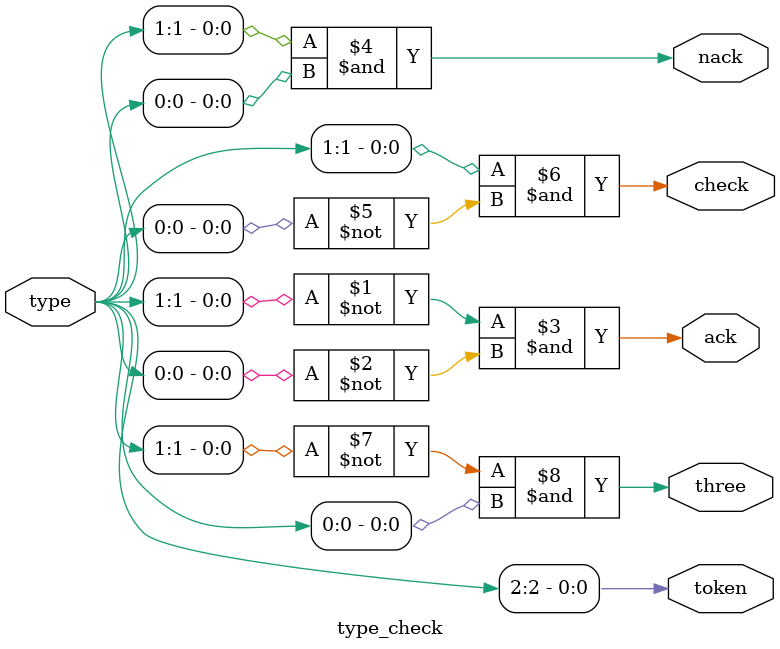
<source format=v>
module type_check(input [2:0] type, output token, ack, nack, check, three);

assign token = type[2];
assign ack = (~type[1]) & (~type[0]);
assign nack = type[1] & type[0];
assign check = type[1] & ~type[0];
assign three = ~type[1] & type[0];

endmodule

</source>
